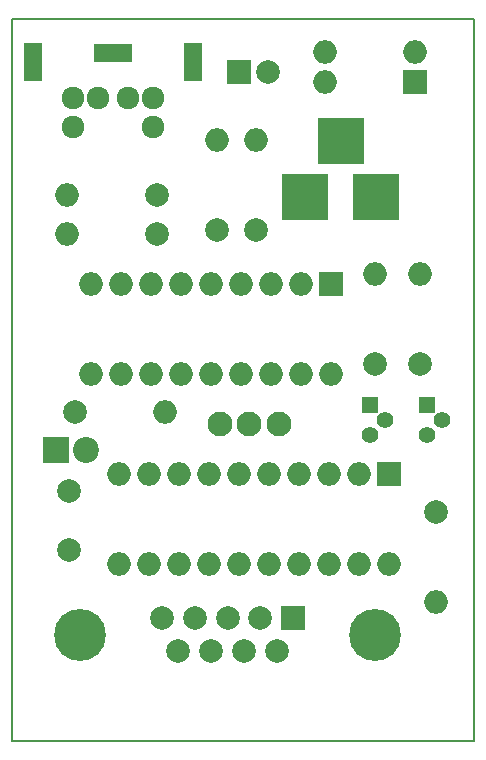
<source format=gbr>
%TF.GenerationSoftware,KiCad,Pcbnew,4.0.7*%
%TF.CreationDate,2018-07-15T04:01:03+03:00*%
%TF.ProjectId,AmstradPS2Mouse,416D73747261645053324D6F7573652E,rev?*%
%TF.FileFunction,Soldermask,Bot*%
%FSLAX46Y46*%
G04 Gerber Fmt 4.6, Leading zero omitted, Abs format (unit mm)*
G04 Created by KiCad (PCBNEW 4.0.7) date 07/15/18 04:01:03*
%MOMM*%
%LPD*%
G01*
G04 APERTURE LIST*
%ADD10C,0.100000*%
%ADD11C,0.150000*%
%ADD12R,3.900000X3.900000*%
%ADD13C,2.000000*%
%ADD14C,1.924000*%
%ADD15R,1.600000X3.200000*%
%ADD16R,3.200000X1.600000*%
%ADD17R,2.000000X2.000000*%
%ADD18C,4.400000*%
%ADD19C,1.400000*%
%ADD20R,1.400000X1.400000*%
%ADD21O,2.000000X2.000000*%
%ADD22C,2.100000*%
%ADD23R,2.200000X2.200000*%
%ADD24C,2.200000*%
G04 APERTURE END LIST*
D10*
D11*
X83540000Y-103809800D02*
X83540000Y-42697400D01*
X122605800Y-103809800D02*
X83540000Y-103809800D01*
X122605800Y-42672000D02*
X122605800Y-103809800D01*
X83540000Y-42697400D02*
X122605800Y-42672000D01*
D12*
X108325400Y-57708800D03*
X114325400Y-57708800D03*
X111325400Y-53008800D03*
D13*
X88290400Y-87677000D03*
X88290400Y-82677000D03*
D14*
X90753200Y-49326800D03*
X93353200Y-49326800D03*
X88653200Y-49326800D03*
X95453200Y-49326800D03*
X88653200Y-51826800D03*
X95453200Y-51826800D03*
D15*
X98803200Y-46326800D03*
X85303200Y-46326800D03*
D16*
X92053200Y-45526800D03*
D17*
X107289200Y-93372800D03*
D13*
X104519200Y-93372800D03*
X101749200Y-93372800D03*
X98979200Y-93372800D03*
X96209200Y-93372800D03*
X105904200Y-96212800D03*
X103134200Y-96212800D03*
X100364200Y-96212800D03*
X97594200Y-96212800D03*
D18*
X89249200Y-94792800D03*
X114249200Y-94792800D03*
D19*
X115112800Y-76606400D03*
X113842800Y-77876400D03*
D20*
X113842800Y-75336400D03*
D19*
X119888000Y-76606400D03*
X118618000Y-77876400D03*
D20*
X118618000Y-75336400D03*
D13*
X100863400Y-60502800D03*
D21*
X100863400Y-52882800D03*
D13*
X95808800Y-57607200D03*
D21*
X88188800Y-57607200D03*
D13*
X95808800Y-60883800D03*
D21*
X88188800Y-60883800D03*
D13*
X104140000Y-60502800D03*
D21*
X104140000Y-52882800D03*
D13*
X88849200Y-75946000D03*
D21*
X96469200Y-75946000D03*
D13*
X114249200Y-71907400D03*
D21*
X114249200Y-64287400D03*
D13*
X118033800Y-71907400D03*
D21*
X118033800Y-64287400D03*
D13*
X119380000Y-84429600D03*
D21*
X119380000Y-92049600D03*
D17*
X117652800Y-48031400D03*
D21*
X110032800Y-45491400D03*
X117652800Y-45491400D03*
X110032800Y-48031400D03*
D17*
X110540800Y-65151000D03*
D21*
X90220800Y-72771000D03*
X108000800Y-65151000D03*
X92760800Y-72771000D03*
X105460800Y-65151000D03*
X95300800Y-72771000D03*
X102920800Y-65151000D03*
X97840800Y-72771000D03*
X100380800Y-65151000D03*
X100380800Y-72771000D03*
X97840800Y-65151000D03*
X102920800Y-72771000D03*
X95300800Y-65151000D03*
X105460800Y-72771000D03*
X92760800Y-65151000D03*
X108000800Y-72771000D03*
X90220800Y-65151000D03*
X110540800Y-72771000D03*
D17*
X115417600Y-81229200D03*
D21*
X92557600Y-88849200D03*
X112877600Y-81229200D03*
X95097600Y-88849200D03*
X110337600Y-81229200D03*
X97637600Y-88849200D03*
X107797600Y-81229200D03*
X100177600Y-88849200D03*
X105257600Y-81229200D03*
X102717600Y-88849200D03*
X102717600Y-81229200D03*
X105257600Y-88849200D03*
X100177600Y-81229200D03*
X107797600Y-88849200D03*
X97637600Y-81229200D03*
X110337600Y-88849200D03*
X95097600Y-81229200D03*
X112877600Y-88849200D03*
X92557600Y-81229200D03*
X115417600Y-88849200D03*
D22*
X106070400Y-76936600D03*
X103570400Y-76936600D03*
X101070400Y-76936600D03*
D23*
X87249000Y-79146400D03*
D24*
X89789000Y-79146400D03*
D17*
X102681400Y-47167800D03*
D13*
X105181400Y-47167800D03*
M02*

</source>
